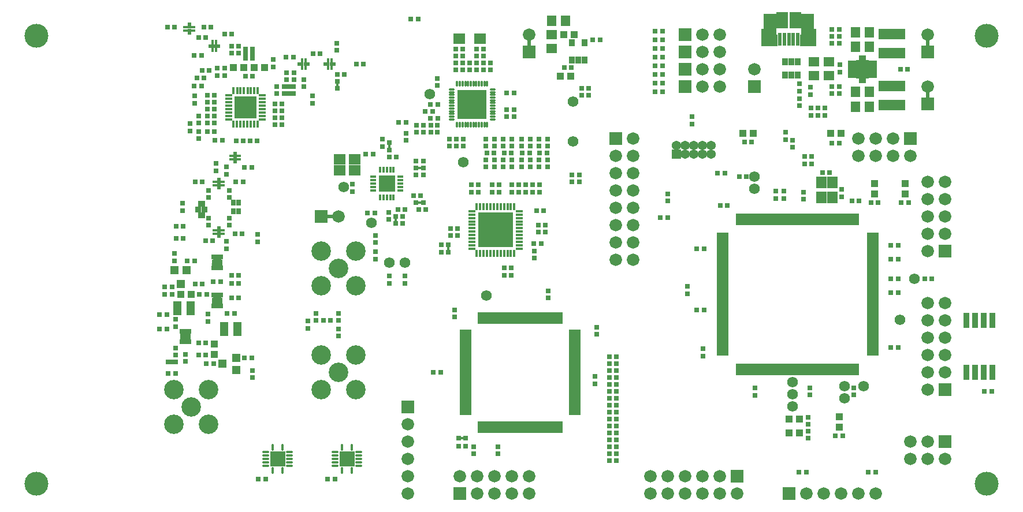
<source format=gts>
G04 (created by PCBNEW (2013-01-23 BZR 3920)-stable) date Mon Jun 10 00:49:26 2013*
%MOIN*%
G04 Gerber Fmt 3.4, Leading zero omitted, Abs format*
%FSLAX34Y34*%
G01*
G70*
G90*
G04 APERTURE LIST*
%ADD10C,2.3622e-06*%
%ADD11C,0.062*%
%ADD12R,0.048X0.048*%
%ADD13R,0.032X0.042*%
%ADD14R,0.0592X0.0671*%
%ADD15R,0.0671X0.0592*%
%ADD16R,0.0236X0.0711*%
%ADD17R,0.0711X0.0236*%
%ADD18R,0.0237X0.0769*%
%ADD19R,0.0681X0.0934*%
%ADD20R,0.0963X0.0691*%
%ADD21R,0.0839X0.037*%
%ADD22R,0.075X0.1236*%
%ADD23C,0.075*%
%ADD24C,0.0691*%
%ADD25R,0.037X0.087*%
%ADD26R,0.0199X0.0297*%
%ADD27R,0.0632X0.0199*%
%ADD28O,0.0592X0.0199*%
%ADD29R,0.0592X0.0317*%
%ADD30O,0.0553X0.0199*%
%ADD31R,0.0179X0.0199*%
%ADD32O,0.0391X0.0166*%
%ADD33O,0.0166X0.0391*%
%ADD34R,0.046X0.046*%
%ADD35O,0.0137X0.0383*%
%ADD36O,0.0383X0.0137*%
%ADD37R,0.1705X0.1705*%
%ADD38O,0.041X0.0166*%
%ADD39R,0.1313X0.1313*%
%ADD40O,0.0166X0.041*%
%ADD41O,0.0371X0.0166*%
%ADD42O,0.0166X0.0371*%
%ADD43R,0.0965X0.0965*%
%ADD44R,0.1577X0.0592*%
%ADD45R,0.0277X0.0317*%
%ADD46R,0.0396X0.0317*%
%ADD47R,0.0317X0.0356*%
%ADD48R,0.072X0.072*%
%ADD49C,0.072*%
%ADD50R,0.0337X0.0218*%
%ADD51R,0.042X0.042*%
%ADD52R,0.03X0.028*%
%ADD53R,0.028X0.03*%
%ADD54C,0.112*%
%ADD55R,0.038X0.028*%
%ADD56R,0.038X0.018*%
%ADD57R,0.018X0.038*%
%ADD58R,0.022X0.072*%
%ADD59R,0.072X0.022*%
%ADD60R,0.018X0.0289*%
%ADD61R,0.036X0.0199*%
%ADD62R,0.0289X0.018*%
%ADD63R,0.0199X0.036*%
%ADD64C,0.138*%
%ADD65R,0.025X0.0281*%
%ADD66R,0.0281X0.025*%
%ADD67R,0.2009X0.2009*%
%ADD68R,0.054X0.054*%
%ADD69C,0.054*%
%ADD70R,0.0533X0.0647*%
%ADD71R,0.0647X0.0533*%
%ADD72R,0.0337X0.0435*%
%ADD73R,0.051X0.03*%
%ADD74R,0.0455X0.023*%
%ADD75R,0.0444X0.0592*%
%ADD76R,0.023X0.0396*%
%ADD77C,0.035*%
G04 APERTURE END LIST*
G54D10*
G54D11*
X69700Y-43750D03*
X69700Y-44450D03*
X45400Y-33850D03*
G54D12*
X37600Y-41650D03*
X37600Y-42350D03*
X36800Y-42000D03*
X34050Y-36600D03*
X34750Y-36600D03*
X34400Y-37400D03*
G54D13*
X56975Y-24450D03*
X57725Y-24450D03*
X56975Y-23450D03*
X57350Y-24450D03*
X57725Y-23450D03*
G54D14*
X72015Y-32383D03*
X71385Y-31517D03*
X72015Y-31517D03*
X71385Y-32383D03*
G54D15*
X43567Y-30815D03*
X44433Y-30185D03*
X44433Y-30815D03*
X43567Y-30185D03*
G54D16*
X56362Y-39350D03*
X56165Y-39350D03*
X55969Y-39350D03*
X55772Y-39350D03*
X55575Y-39350D03*
X55378Y-39350D03*
X55181Y-39350D03*
X54984Y-39350D03*
X54787Y-39350D03*
X54591Y-39350D03*
X54394Y-39350D03*
X54197Y-39350D03*
X54000Y-39350D03*
X53803Y-39350D03*
X53606Y-39350D03*
X53409Y-39350D03*
X53213Y-39350D03*
X53016Y-39350D03*
X52819Y-39350D03*
X52622Y-39350D03*
X52425Y-39350D03*
X52228Y-39350D03*
X52031Y-39350D03*
X51835Y-39350D03*
X51638Y-39350D03*
G54D17*
X50850Y-40138D03*
X50850Y-40335D03*
X50850Y-40531D03*
X50850Y-40728D03*
X50850Y-40925D03*
X50850Y-41122D03*
X50850Y-41319D03*
X50850Y-41516D03*
X50850Y-41713D03*
X50850Y-41909D03*
X50850Y-42106D03*
X50850Y-42303D03*
X50850Y-42500D03*
X50850Y-42697D03*
X50850Y-42894D03*
X50850Y-43091D03*
X50850Y-43287D03*
X50850Y-43484D03*
X50850Y-43681D03*
X50850Y-43878D03*
X50850Y-44075D03*
X50850Y-44272D03*
X50850Y-44469D03*
X50850Y-44665D03*
X50850Y-44862D03*
G54D16*
X51638Y-45650D03*
X51835Y-45650D03*
X52031Y-45650D03*
X52228Y-45650D03*
X52425Y-45650D03*
X52622Y-45650D03*
X52819Y-45650D03*
X53016Y-45650D03*
X53213Y-45650D03*
X53409Y-45650D03*
X53606Y-45650D03*
X53803Y-45650D03*
X54000Y-45650D03*
X54197Y-45650D03*
X54394Y-45650D03*
X54591Y-45650D03*
X54787Y-45650D03*
X54984Y-45650D03*
X55181Y-45650D03*
X55378Y-45650D03*
X55575Y-45650D03*
X55772Y-45650D03*
X55969Y-45650D03*
X56165Y-45650D03*
X56362Y-45650D03*
G54D17*
X57150Y-44862D03*
X57150Y-44665D03*
X57150Y-44469D03*
X57150Y-44272D03*
X57150Y-44075D03*
X57150Y-43878D03*
X57150Y-43681D03*
X57150Y-43484D03*
X57150Y-43287D03*
X57150Y-43091D03*
X57150Y-42894D03*
X57150Y-42697D03*
X57150Y-42500D03*
X57150Y-42303D03*
X57150Y-42106D03*
X57150Y-41909D03*
X57150Y-41713D03*
X57150Y-41516D03*
X57150Y-41319D03*
X57150Y-41122D03*
X57150Y-40925D03*
X57150Y-40728D03*
X57150Y-40531D03*
X57150Y-40335D03*
X57150Y-40138D03*
G54D18*
X70012Y-23281D03*
X69756Y-23281D03*
X69500Y-23281D03*
X69244Y-23281D03*
X68988Y-23281D03*
G54D19*
X69879Y-22156D03*
X69121Y-22156D03*
G54D20*
X70614Y-23340D03*
X68386Y-23340D03*
G54D21*
X70676Y-22827D03*
X68324Y-22827D03*
G54D22*
X70583Y-22394D03*
X68417Y-22394D03*
G54D23*
X70583Y-22169D03*
X68417Y-22169D03*
G54D24*
X70479Y-23339D03*
X68521Y-23339D03*
G54D25*
X81250Y-39500D03*
X80750Y-39500D03*
X80250Y-39500D03*
X79750Y-39500D03*
X79750Y-42500D03*
X80250Y-42500D03*
X80750Y-42500D03*
X81250Y-42500D03*
G54D26*
X36264Y-36455D03*
X36421Y-36455D03*
X36579Y-36455D03*
X36736Y-36455D03*
X36736Y-35845D03*
X36579Y-35845D03*
X36421Y-35845D03*
X36264Y-35845D03*
G54D27*
X36500Y-36150D03*
G54D28*
X36500Y-36052D03*
G54D29*
X36500Y-36150D03*
G54D30*
X36520Y-36248D03*
G54D10*
G36*
X36302Y-36372D02*
X36178Y-36248D01*
X36283Y-36143D01*
X36407Y-36267D01*
X36302Y-36372D01*
X36302Y-36372D01*
G37*
G54D31*
X36333Y-36248D03*
G54D26*
X34454Y-40745D03*
X34611Y-40745D03*
X34769Y-40745D03*
X34926Y-40745D03*
X34926Y-40135D03*
X34769Y-40135D03*
X34611Y-40135D03*
X34454Y-40135D03*
G54D27*
X34690Y-40440D03*
G54D28*
X34690Y-40342D03*
G54D29*
X34690Y-40440D03*
G54D30*
X34710Y-40538D03*
G54D10*
G36*
X34492Y-40662D02*
X34368Y-40538D01*
X34473Y-40433D01*
X34597Y-40557D01*
X34492Y-40662D01*
X34492Y-40662D01*
G37*
G54D31*
X34523Y-40538D03*
G54D26*
X36736Y-38045D03*
X36579Y-38045D03*
X36421Y-38045D03*
X36264Y-38045D03*
X36264Y-38655D03*
X36421Y-38655D03*
X36579Y-38655D03*
X36736Y-38655D03*
G54D27*
X36500Y-38350D03*
G54D28*
X36500Y-38448D03*
G54D29*
X36500Y-38350D03*
G54D30*
X36480Y-38252D03*
G54D10*
G36*
X36697Y-38127D02*
X36821Y-38251D01*
X36716Y-38356D01*
X36592Y-38232D01*
X36697Y-38127D01*
X36697Y-38127D01*
G37*
G54D31*
X36667Y-38252D03*
G54D32*
X44679Y-47894D03*
X44679Y-47697D03*
X44679Y-47500D03*
X44679Y-47303D03*
X44679Y-47106D03*
G54D33*
X43705Y-46821D03*
G54D32*
X43321Y-47106D03*
X43321Y-47303D03*
X43321Y-47500D03*
X43321Y-47697D03*
X43321Y-47894D03*
G54D34*
X44202Y-47702D03*
X43798Y-47702D03*
X44202Y-47298D03*
X43798Y-47298D03*
G54D33*
X44295Y-46821D03*
X43705Y-48179D03*
X44295Y-48179D03*
G54D32*
X40679Y-47894D03*
X40679Y-47697D03*
X40679Y-47500D03*
X40679Y-47303D03*
X40679Y-47106D03*
G54D33*
X39705Y-46821D03*
G54D32*
X39321Y-47106D03*
X39321Y-47303D03*
X39321Y-47500D03*
X39321Y-47697D03*
X39321Y-47894D03*
G54D34*
X40202Y-47702D03*
X39798Y-47702D03*
X40202Y-47298D03*
X39798Y-47298D03*
G54D33*
X40295Y-46821D03*
X39705Y-48179D03*
X40295Y-48179D03*
G54D35*
X52091Y-25844D03*
X51934Y-25844D03*
X51776Y-25844D03*
X51619Y-25844D03*
X51461Y-25844D03*
X51304Y-25844D03*
X51146Y-25844D03*
X50989Y-25844D03*
X50831Y-25844D03*
X50674Y-25844D03*
X50516Y-25844D03*
X50359Y-25844D03*
G54D36*
X50044Y-26159D03*
X50044Y-26316D03*
X50044Y-26474D03*
X50044Y-26631D03*
X50044Y-26789D03*
X50044Y-26946D03*
X50044Y-27104D03*
X50044Y-27261D03*
X50044Y-27419D03*
X50044Y-27576D03*
X50044Y-27734D03*
X50044Y-27891D03*
G54D35*
X50359Y-28206D03*
X50516Y-28206D03*
X50674Y-28206D03*
X50831Y-28206D03*
X50989Y-28206D03*
X51146Y-28206D03*
X51304Y-28206D03*
X51461Y-28206D03*
X51619Y-28206D03*
X51776Y-28206D03*
X51934Y-28206D03*
X52091Y-28206D03*
G54D36*
X52406Y-27891D03*
X52406Y-27734D03*
X52406Y-27576D03*
X52406Y-27419D03*
X52406Y-27261D03*
X52406Y-27104D03*
X52406Y-26946D03*
X52406Y-26789D03*
X52406Y-26631D03*
X52406Y-26474D03*
X52406Y-26316D03*
X52406Y-26159D03*
G54D37*
X51225Y-27025D03*
G54D38*
X37185Y-26511D03*
X37185Y-26708D03*
X37185Y-26905D03*
X37185Y-27102D03*
X37185Y-27298D03*
X37185Y-27495D03*
X37185Y-27692D03*
X37185Y-27889D03*
G54D39*
X38150Y-27200D03*
G54D40*
X37461Y-28165D03*
X37658Y-28165D03*
X37855Y-28165D03*
X38052Y-28165D03*
X38248Y-28165D03*
X38445Y-28165D03*
X38642Y-28165D03*
X38839Y-28165D03*
G54D38*
X39115Y-27889D03*
X39115Y-27692D03*
X39115Y-27495D03*
X39115Y-27298D03*
X39115Y-27102D03*
X39115Y-26905D03*
X39115Y-26708D03*
X39115Y-26511D03*
G54D40*
X38839Y-26235D03*
X38642Y-26235D03*
X38445Y-26235D03*
X38268Y-26235D03*
X38052Y-26235D03*
X37855Y-26235D03*
X37678Y-26235D03*
X37461Y-26235D03*
G54D41*
X45513Y-31206D03*
X45513Y-31403D03*
X45513Y-31600D03*
X45513Y-31797D03*
X45513Y-31994D03*
G54D42*
X45906Y-32387D03*
X46103Y-32387D03*
X46300Y-32387D03*
X46497Y-32387D03*
X46694Y-32387D03*
G54D41*
X47087Y-31994D03*
X47087Y-31797D03*
X47087Y-31600D03*
X47087Y-31403D03*
X47087Y-31206D03*
G54D42*
X46694Y-30813D03*
X46497Y-30813D03*
X46300Y-30813D03*
X46103Y-30813D03*
X45906Y-30813D03*
G54D43*
X46300Y-31600D03*
G54D44*
X75450Y-27051D03*
X75450Y-25949D03*
X75450Y-24051D03*
X75450Y-22949D03*
G54D16*
X73445Y-33659D03*
X73248Y-33659D03*
X73051Y-33659D03*
X72854Y-33659D03*
X72657Y-33659D03*
X72461Y-33659D03*
X72264Y-33659D03*
X72067Y-33659D03*
X71870Y-33659D03*
X71673Y-33659D03*
X71476Y-33659D03*
X71280Y-33659D03*
X71083Y-33659D03*
X70886Y-33659D03*
X70689Y-33659D03*
X70492Y-33659D03*
X70295Y-33659D03*
X70098Y-33659D03*
X69902Y-33659D03*
X69705Y-33659D03*
X69508Y-33659D03*
X69311Y-33659D03*
X69114Y-33659D03*
X68917Y-33659D03*
X68720Y-33659D03*
X68524Y-33659D03*
X68327Y-33659D03*
X68130Y-33659D03*
X67933Y-33659D03*
X67736Y-33659D03*
X67539Y-33659D03*
X67343Y-33659D03*
X67146Y-33659D03*
X66949Y-33659D03*
X66752Y-33659D03*
X66555Y-33659D03*
G54D17*
X65669Y-34545D03*
X65669Y-34742D03*
X65669Y-34939D03*
X65669Y-35136D03*
X65669Y-35333D03*
X65669Y-35529D03*
X65669Y-35726D03*
X65669Y-35923D03*
X65669Y-36120D03*
X65669Y-36317D03*
X65669Y-36514D03*
X65669Y-36710D03*
X65669Y-36907D03*
X65669Y-37104D03*
X65669Y-37301D03*
X65669Y-37498D03*
X65669Y-37695D03*
X65669Y-37892D03*
X65669Y-38088D03*
X65669Y-38285D03*
X65669Y-38482D03*
X65669Y-38679D03*
X65669Y-38876D03*
X65669Y-39073D03*
X65669Y-39270D03*
X65669Y-39466D03*
X65669Y-39663D03*
X65669Y-39860D03*
X65669Y-40057D03*
X65669Y-40254D03*
X65669Y-40451D03*
X65669Y-40647D03*
X65669Y-40844D03*
X65669Y-41041D03*
X65669Y-41238D03*
X65669Y-41435D03*
G54D16*
X66555Y-42321D03*
X66752Y-42321D03*
X66949Y-42321D03*
X67146Y-42321D03*
X67343Y-42321D03*
X67539Y-42321D03*
X67736Y-42321D03*
X67933Y-42321D03*
X68130Y-42321D03*
X68327Y-42321D03*
X68524Y-42321D03*
X68720Y-42321D03*
X68917Y-42321D03*
X69114Y-42321D03*
X69311Y-42321D03*
X69508Y-42321D03*
X69705Y-42321D03*
X69902Y-42321D03*
X70098Y-42321D03*
X70295Y-42321D03*
X70492Y-42321D03*
X70689Y-42321D03*
X70886Y-42321D03*
X71083Y-42321D03*
X71280Y-42321D03*
X71476Y-42321D03*
X71673Y-42321D03*
X71870Y-42321D03*
X72067Y-42321D03*
X72264Y-42321D03*
X72461Y-42321D03*
X72657Y-42321D03*
X72854Y-42321D03*
X73051Y-42321D03*
X73248Y-42321D03*
X73445Y-42321D03*
G54D17*
X74331Y-41435D03*
X74331Y-41238D03*
X74331Y-41041D03*
X74331Y-40844D03*
X74331Y-40647D03*
X74331Y-40451D03*
X74331Y-40254D03*
X74331Y-40057D03*
X74331Y-39860D03*
X74331Y-39663D03*
X74331Y-39466D03*
X74331Y-39270D03*
X74331Y-39073D03*
X74331Y-38876D03*
X74331Y-38679D03*
X74331Y-38482D03*
X74331Y-38285D03*
X74331Y-38088D03*
X74331Y-37892D03*
X74331Y-37695D03*
X74331Y-37498D03*
X74331Y-37301D03*
X74331Y-37104D03*
X74331Y-36907D03*
X74331Y-36710D03*
X74331Y-36514D03*
X74331Y-36317D03*
X74331Y-36120D03*
X74331Y-35923D03*
X74331Y-35726D03*
X74331Y-35529D03*
X74331Y-35333D03*
X74331Y-35136D03*
X74331Y-34939D03*
X74331Y-34742D03*
X74331Y-34545D03*
G54D45*
X37738Y-33196D03*
X37738Y-32704D03*
X37462Y-32704D03*
X37462Y-33196D03*
G54D46*
X35600Y-32765D03*
X35600Y-33435D03*
G54D47*
X35777Y-33100D03*
X35423Y-33100D03*
G54D48*
X59500Y-29000D03*
G54D49*
X60500Y-29000D03*
X59500Y-30000D03*
X60500Y-30000D03*
X59500Y-31000D03*
X60500Y-31000D03*
X59500Y-32000D03*
X60500Y-32000D03*
X59500Y-33000D03*
X60500Y-33000D03*
X59500Y-34000D03*
X60500Y-34000D03*
X59500Y-35000D03*
X60500Y-35000D03*
X59500Y-36000D03*
X60500Y-36000D03*
G54D48*
X66500Y-48500D03*
G54D49*
X66500Y-49500D03*
X65500Y-48500D03*
X65500Y-49500D03*
X64500Y-48500D03*
X64500Y-49500D03*
X63500Y-48500D03*
X63500Y-49500D03*
X62500Y-48500D03*
X62500Y-49500D03*
X61500Y-48500D03*
X61500Y-49500D03*
G54D48*
X78500Y-43500D03*
G54D49*
X77500Y-43500D03*
X78500Y-42500D03*
X77500Y-42500D03*
X78500Y-41500D03*
X77500Y-41500D03*
X78500Y-40500D03*
X77500Y-40500D03*
X78500Y-39500D03*
X77500Y-39500D03*
X78500Y-38500D03*
X77500Y-38500D03*
G54D48*
X78500Y-35500D03*
G54D49*
X77500Y-35500D03*
X78500Y-34500D03*
X77500Y-34500D03*
X78500Y-33500D03*
X77500Y-33500D03*
X78500Y-32500D03*
X77500Y-32500D03*
X78500Y-31500D03*
X77500Y-31500D03*
G54D48*
X50500Y-49500D03*
G54D49*
X50500Y-48500D03*
X51500Y-49500D03*
X51500Y-48500D03*
X52500Y-49500D03*
X52500Y-48500D03*
X53500Y-49500D03*
X53500Y-48500D03*
X54500Y-49500D03*
X54500Y-48500D03*
G54D48*
X76500Y-29000D03*
G54D49*
X76500Y-30000D03*
X75500Y-29000D03*
X75500Y-30000D03*
X74500Y-29000D03*
X74500Y-30000D03*
X73500Y-29000D03*
X73500Y-30000D03*
G54D48*
X78510Y-46500D03*
G54D49*
X78510Y-47500D03*
X77510Y-46500D03*
X77510Y-47500D03*
X76510Y-46500D03*
X76510Y-47500D03*
G54D48*
X69500Y-49500D03*
G54D49*
X70500Y-49500D03*
X71500Y-49500D03*
X72500Y-49500D03*
X73500Y-49500D03*
X74500Y-49500D03*
G54D48*
X47500Y-44500D03*
G54D49*
X47500Y-45500D03*
X47500Y-46500D03*
X47500Y-47500D03*
X47500Y-48500D03*
X47500Y-49500D03*
G54D48*
X63500Y-24000D03*
G54D49*
X64500Y-24000D03*
X65500Y-24000D03*
G54D48*
X63500Y-23000D03*
G54D49*
X64500Y-23000D03*
X65500Y-23000D03*
G54D48*
X63500Y-25000D03*
G54D49*
X64500Y-25000D03*
X65500Y-25000D03*
G54D48*
X63500Y-26000D03*
G54D49*
X64500Y-26000D03*
X65500Y-26000D03*
G54D48*
X67500Y-26000D03*
G54D49*
X67500Y-25000D03*
G54D50*
X51508Y-23028D03*
X51508Y-23225D03*
X51508Y-23422D03*
X51842Y-23422D03*
X51842Y-23225D03*
X51842Y-23028D03*
X50308Y-23028D03*
X50308Y-23225D03*
X50308Y-23422D03*
X50642Y-23422D03*
X50642Y-23225D03*
X50642Y-23028D03*
G54D51*
X72500Y-28700D03*
X71900Y-28700D03*
X67450Y-28700D03*
X66850Y-28700D03*
X72400Y-45050D03*
X72400Y-45650D03*
X70100Y-46000D03*
X69500Y-46000D03*
X70100Y-45200D03*
X69500Y-45200D03*
X74450Y-31600D03*
X74450Y-32200D03*
X76200Y-31600D03*
X76200Y-32200D03*
X37450Y-24900D03*
X38050Y-24900D03*
X35000Y-38000D03*
X34400Y-38000D03*
X57100Y-23000D03*
X56500Y-23000D03*
X39250Y-24900D03*
X38650Y-24900D03*
X56900Y-25400D03*
X56300Y-25400D03*
X36350Y-40850D03*
X36350Y-41450D03*
G54D52*
X62500Y-32190D03*
X62500Y-32610D03*
G54D53*
X72410Y-23500D03*
X71990Y-23500D03*
X72410Y-23100D03*
X71990Y-23100D03*
X77340Y-37100D03*
X77760Y-37100D03*
X74510Y-48250D03*
X74090Y-48250D03*
G54D52*
X71190Y-27240D03*
X71190Y-27660D03*
X71590Y-27660D03*
X71590Y-27240D03*
X70750Y-26460D03*
X70750Y-26040D03*
X70790Y-27660D03*
X70790Y-27240D03*
G54D53*
X75940Y-25000D03*
X76360Y-25000D03*
X35340Y-25500D03*
X35760Y-25500D03*
X72410Y-26000D03*
X71990Y-26000D03*
G54D52*
X54075Y-30215D03*
X54075Y-30635D03*
G54D53*
X37760Y-23650D03*
X37340Y-23650D03*
X35640Y-25050D03*
X36060Y-25050D03*
X40490Y-24300D03*
X40910Y-24300D03*
G54D52*
X38850Y-34960D03*
X38850Y-34540D03*
G54D53*
X36360Y-28600D03*
X35940Y-28600D03*
G54D52*
X34950Y-28560D03*
X34950Y-28140D03*
G54D53*
X35940Y-27700D03*
X36360Y-27700D03*
X36360Y-26500D03*
X35940Y-26500D03*
X62090Y-33550D03*
X62510Y-33550D03*
G54D52*
X63650Y-37960D03*
X63650Y-37540D03*
X55575Y-30215D03*
X55575Y-30635D03*
X55075Y-30215D03*
X55075Y-30635D03*
X54575Y-30215D03*
X54575Y-30635D03*
G54D53*
X57410Y-31500D03*
X56990Y-31500D03*
X57540Y-26500D03*
X57960Y-26500D03*
X34790Y-36050D03*
X35210Y-36050D03*
G54D52*
X54075Y-29015D03*
X54075Y-29435D03*
X54575Y-29015D03*
X54575Y-29435D03*
X55075Y-29015D03*
X55075Y-29435D03*
X55575Y-29015D03*
X55575Y-29435D03*
G54D53*
X57410Y-31100D03*
X56990Y-31100D03*
X57540Y-26100D03*
X57960Y-26100D03*
G54D52*
X53525Y-29015D03*
X53525Y-29435D03*
X53025Y-29015D03*
X53025Y-29435D03*
X52525Y-29015D03*
X52525Y-29435D03*
X52025Y-29015D03*
X52025Y-29435D03*
X38550Y-42810D03*
X38550Y-42390D03*
G54D53*
X48415Y-28225D03*
X48835Y-28225D03*
X48415Y-28625D03*
X48835Y-28625D03*
G54D52*
X47350Y-36940D03*
X47350Y-37360D03*
X46450Y-36940D03*
X46450Y-37360D03*
X36000Y-31990D03*
X36000Y-32410D03*
G54D53*
X37540Y-34500D03*
X37960Y-34500D03*
G54D52*
X37050Y-30640D03*
X37050Y-31060D03*
G54D53*
X42040Y-24100D03*
X42460Y-24100D03*
G54D52*
X41500Y-25590D03*
X41500Y-26010D03*
G54D53*
X35190Y-24200D03*
X35610Y-24200D03*
G54D52*
X36450Y-30440D03*
X36450Y-30860D03*
X40500Y-25190D03*
X40500Y-25610D03*
X36000Y-34010D03*
X36000Y-33590D03*
X37200Y-33590D03*
X37200Y-34010D03*
X40950Y-25190D03*
X40950Y-25610D03*
G54D53*
X35840Y-34900D03*
X36260Y-34900D03*
X35240Y-31500D03*
X35660Y-31500D03*
G54D52*
X37050Y-34940D03*
X37050Y-35360D03*
G54D53*
X45610Y-33300D03*
X45190Y-33300D03*
G54D52*
X44300Y-31640D03*
X44300Y-32060D03*
G54D53*
X59140Y-47600D03*
X59560Y-47600D03*
X59140Y-47200D03*
X59560Y-47200D03*
X38090Y-30650D03*
X38510Y-30650D03*
X40260Y-28200D03*
X39840Y-28200D03*
X40260Y-27000D03*
X39840Y-27000D03*
X40260Y-27400D03*
X39840Y-27400D03*
X35940Y-27300D03*
X36360Y-27300D03*
X35940Y-26900D03*
X36360Y-26900D03*
X43440Y-25300D03*
X43860Y-25300D03*
X44540Y-24700D03*
X44960Y-24700D03*
G54D52*
X42000Y-26960D03*
X42000Y-26540D03*
G54D53*
X59140Y-46800D03*
X59560Y-46800D03*
X37590Y-31500D03*
X38010Y-31500D03*
X36810Y-29100D03*
X36390Y-29100D03*
G54D52*
X35450Y-29010D03*
X35450Y-28590D03*
G54D53*
X35940Y-28100D03*
X36360Y-28100D03*
G54D52*
X35450Y-27690D03*
X35450Y-28110D03*
X43400Y-23490D03*
X43400Y-23910D03*
X37200Y-31990D03*
X37200Y-32410D03*
G54D53*
X62210Y-22800D03*
X61790Y-22800D03*
X67360Y-29200D03*
X66940Y-29200D03*
X72190Y-46150D03*
X72610Y-46150D03*
X75990Y-32700D03*
X76410Y-32700D03*
X74240Y-32700D03*
X74660Y-32700D03*
G54D52*
X70600Y-45090D03*
X70600Y-45510D03*
X70600Y-45890D03*
X70600Y-46310D03*
X69200Y-32040D03*
X69200Y-32460D03*
G54D53*
X61790Y-24300D03*
X62210Y-24300D03*
X72410Y-29250D03*
X71990Y-29250D03*
G54D52*
X63900Y-28160D03*
X63900Y-27740D03*
X70100Y-27110D03*
X70100Y-26690D03*
G54D53*
X66640Y-31200D03*
X67060Y-31200D03*
X65390Y-31000D03*
X65810Y-31000D03*
G54D52*
X70100Y-26260D03*
X70100Y-25840D03*
G54D53*
X70510Y-48250D03*
X70090Y-48250D03*
G54D52*
X69700Y-29090D03*
X69700Y-29510D03*
X69300Y-28640D03*
X69300Y-29060D03*
G54D53*
X59140Y-43600D03*
X59560Y-43600D03*
X59140Y-46400D03*
X59560Y-46400D03*
X59140Y-46000D03*
X59560Y-46000D03*
X61790Y-26300D03*
X62210Y-26300D03*
X59140Y-45600D03*
X59560Y-45600D03*
X59140Y-45200D03*
X59560Y-45200D03*
X59140Y-44800D03*
X59560Y-44800D03*
X59140Y-44400D03*
X59560Y-44400D03*
X59140Y-44000D03*
X59560Y-44000D03*
X72410Y-26400D03*
X71990Y-26400D03*
X61790Y-24800D03*
X62210Y-24800D03*
X59140Y-43200D03*
X59560Y-43200D03*
X59140Y-42800D03*
X59560Y-42800D03*
X59140Y-42400D03*
X59560Y-42400D03*
X59140Y-42000D03*
X59560Y-42000D03*
X59140Y-41600D03*
X59560Y-41600D03*
X46860Y-30050D03*
X46440Y-30050D03*
X52065Y-29825D03*
X52485Y-29825D03*
G54D52*
X50675Y-24215D03*
X50675Y-24635D03*
X49925Y-29435D03*
X49925Y-29015D03*
X52025Y-30635D03*
X52025Y-30215D03*
X52525Y-30635D03*
X52525Y-30215D03*
X53025Y-30635D03*
X53025Y-30215D03*
X53525Y-30635D03*
X53525Y-30215D03*
X50275Y-24215D03*
X50275Y-24635D03*
X49225Y-28215D03*
X49225Y-28635D03*
G54D53*
X45090Y-29900D03*
X45510Y-29900D03*
G54D52*
X48025Y-28215D03*
X48025Y-28635D03*
X47400Y-28690D03*
X47400Y-29110D03*
G54D53*
X46990Y-28050D03*
X47410Y-28050D03*
X48260Y-32300D03*
X47840Y-32300D03*
X47360Y-33100D03*
X46940Y-33100D03*
G54D52*
X51475Y-24215D03*
X51475Y-24635D03*
G54D53*
X48410Y-31100D03*
X47990Y-31100D03*
X49965Y-34200D03*
X50385Y-34200D03*
X49965Y-34600D03*
X50385Y-34600D03*
X72410Y-22700D03*
X71990Y-22700D03*
X65540Y-32850D03*
X65960Y-32850D03*
X64190Y-35350D03*
X64610Y-35350D03*
X64190Y-38900D03*
X64610Y-38900D03*
G54D52*
X64550Y-41140D03*
X64550Y-41560D03*
X67540Y-43830D03*
X67540Y-43410D03*
X70700Y-43810D03*
X70700Y-43390D03*
X73250Y-43810D03*
X73250Y-43390D03*
G54D53*
X75810Y-41050D03*
X75390Y-41050D03*
X75810Y-37900D03*
X75390Y-37900D03*
X75810Y-37100D03*
X75390Y-37100D03*
X75810Y-35950D03*
X75390Y-35950D03*
G54D52*
X49225Y-25515D03*
X49225Y-25935D03*
X53525Y-31665D03*
X53525Y-32085D03*
X53925Y-31665D03*
X53925Y-32085D03*
X52375Y-31665D03*
X52375Y-32085D03*
X52775Y-31665D03*
X52775Y-32085D03*
X51575Y-31665D03*
X51575Y-32085D03*
X51175Y-31665D03*
X51175Y-32085D03*
X53075Y-36885D03*
X53075Y-36465D03*
X53475Y-36885D03*
X53475Y-36465D03*
G54D53*
X55210Y-35050D03*
X54790Y-35050D03*
G54D52*
X54800Y-35910D03*
X54800Y-35490D03*
G54D53*
X55460Y-34000D03*
X55040Y-34000D03*
X55460Y-34400D03*
X55040Y-34400D03*
X55360Y-33150D03*
X54940Y-33150D03*
G54D52*
X52275Y-24615D03*
X52275Y-25035D03*
X51075Y-24615D03*
X51075Y-25035D03*
G54D53*
X75810Y-35150D03*
X75390Y-35150D03*
X48815Y-27025D03*
X49235Y-27025D03*
X48515Y-27425D03*
X48935Y-27425D03*
X48815Y-27825D03*
X49235Y-27825D03*
G54D52*
X50725Y-29435D03*
X50725Y-29015D03*
X50325Y-29435D03*
X50325Y-29015D03*
G54D53*
X53635Y-27725D03*
X53215Y-27725D03*
X53635Y-27325D03*
X53215Y-27325D03*
X53635Y-26375D03*
X53215Y-26375D03*
X55115Y-29825D03*
X55535Y-29825D03*
X54115Y-29825D03*
X54535Y-29825D03*
G54D52*
X55125Y-31665D03*
X55125Y-32085D03*
X54725Y-31665D03*
X54725Y-32085D03*
X51875Y-24215D03*
X51875Y-24635D03*
X54325Y-31665D03*
X54325Y-32085D03*
G54D53*
X53065Y-29825D03*
X53485Y-29825D03*
X33490Y-38000D03*
X33910Y-38000D03*
X38400Y-29130D03*
X38820Y-29130D03*
X33610Y-39150D03*
X33190Y-39150D03*
X33610Y-40000D03*
X33190Y-40000D03*
G54D52*
X34100Y-41510D03*
X34100Y-41090D03*
X34680Y-41880D03*
X34680Y-41460D03*
G54D53*
X35860Y-40800D03*
X35440Y-40800D03*
G54D52*
X35970Y-39130D03*
X35970Y-39550D03*
G54D53*
X35660Y-37400D03*
X35240Y-37400D03*
X37510Y-39100D03*
X37090Y-39100D03*
G54D52*
X34100Y-39440D03*
X34100Y-39860D03*
G54D53*
X37760Y-37350D03*
X37340Y-37350D03*
X33640Y-22550D03*
X34060Y-22550D03*
X37760Y-38200D03*
X37340Y-38200D03*
X37360Y-22950D03*
X36940Y-22950D03*
G54D52*
X34050Y-35640D03*
X34050Y-36060D03*
G54D53*
X38890Y-48650D03*
X39310Y-48650D03*
X35860Y-23150D03*
X35440Y-23150D03*
X35910Y-38000D03*
X35490Y-38000D03*
X37760Y-24050D03*
X37340Y-24050D03*
X48110Y-22100D03*
X47690Y-22100D03*
X35740Y-22550D03*
X36160Y-22550D03*
X37600Y-29130D03*
X38020Y-29130D03*
G54D52*
X36500Y-24940D03*
X36500Y-25360D03*
G54D53*
X36290Y-37250D03*
X36710Y-37250D03*
G54D52*
X34500Y-32740D03*
X34500Y-33160D03*
X36950Y-25360D03*
X36950Y-24940D03*
X39750Y-24440D03*
X39750Y-24860D03*
G54D53*
X34560Y-34750D03*
X34140Y-34750D03*
X37340Y-36900D03*
X37760Y-36900D03*
X34560Y-34050D03*
X34140Y-34050D03*
G54D52*
X35200Y-26960D03*
X35200Y-26540D03*
G54D53*
X71860Y-30950D03*
X71440Y-30950D03*
X73560Y-32600D03*
X73140Y-32600D03*
G54D52*
X68750Y-32040D03*
X68750Y-32460D03*
X70350Y-32090D03*
X70350Y-32510D03*
G54D53*
X80790Y-43600D03*
X81210Y-43600D03*
G54D52*
X72450Y-24740D03*
X72450Y-25160D03*
X58300Y-43160D03*
X58300Y-42740D03*
X58400Y-39890D03*
X58400Y-40310D03*
X55600Y-37790D03*
X55600Y-38210D03*
X50200Y-38890D03*
X50200Y-39310D03*
X52700Y-47210D03*
X52700Y-46790D03*
G54D53*
X48990Y-42500D03*
X49410Y-42500D03*
G54D52*
X51300Y-47210D03*
X51300Y-46790D03*
X70400Y-30460D03*
X70400Y-30040D03*
X70800Y-30040D03*
X70800Y-30460D03*
X72550Y-31940D03*
X72550Y-32360D03*
G54D53*
X35190Y-25950D03*
X35610Y-25950D03*
X56960Y-24900D03*
X56540Y-24900D03*
X35440Y-41500D03*
X35860Y-41500D03*
X38510Y-41650D03*
X38090Y-41650D03*
X36310Y-42000D03*
X35890Y-42000D03*
X33910Y-37550D03*
X33490Y-37550D03*
X34110Y-42550D03*
X33690Y-42550D03*
X42890Y-48650D03*
X43310Y-48650D03*
X40260Y-27800D03*
X39840Y-27800D03*
G54D52*
X39950Y-25990D03*
X39950Y-26410D03*
G54D53*
X38560Y-25400D03*
X38140Y-25400D03*
X51465Y-23825D03*
X51885Y-23825D03*
X51465Y-25025D03*
X51885Y-25025D03*
X50265Y-23825D03*
X50685Y-23825D03*
X50265Y-25025D03*
X50685Y-25025D03*
G54D54*
X43500Y-36500D03*
X42500Y-37500D03*
X44500Y-37500D03*
X44500Y-35500D03*
X42500Y-35500D03*
X35000Y-44500D03*
X36000Y-43500D03*
X34000Y-43500D03*
X34000Y-45500D03*
X36000Y-45500D03*
X43500Y-42500D03*
X42500Y-43500D03*
X44500Y-43500D03*
X44500Y-41500D03*
X42500Y-41500D03*
G54D53*
X34110Y-41900D03*
X33690Y-41900D03*
G54D55*
X33900Y-41900D03*
G54D53*
X48140Y-33100D03*
X48560Y-33100D03*
X47990Y-32700D03*
X48410Y-32700D03*
G54D56*
X48200Y-32700D03*
G54D52*
X47200Y-33490D03*
X47200Y-33910D03*
X46800Y-33490D03*
X46800Y-33910D03*
G54D57*
X46800Y-33700D03*
G54D52*
X46050Y-29460D03*
X46050Y-29040D03*
X46450Y-29660D03*
X46450Y-29240D03*
G54D57*
X46450Y-29450D03*
G54D53*
X47990Y-30300D03*
X48410Y-30300D03*
X47990Y-30700D03*
X48410Y-30700D03*
G54D56*
X48200Y-30700D03*
G54D52*
X49450Y-35140D03*
X49450Y-35560D03*
X49850Y-35140D03*
X49850Y-35560D03*
G54D57*
X49850Y-35350D03*
G54D53*
X50860Y-46300D03*
X50440Y-46300D03*
G54D56*
X50650Y-46300D03*
G54D53*
X50440Y-46750D03*
X50860Y-46750D03*
G54D52*
X43450Y-25690D03*
X43450Y-26110D03*
G54D57*
X43450Y-25900D03*
G54D53*
X58610Y-23300D03*
X58190Y-23300D03*
X61790Y-25300D03*
X62210Y-25300D03*
X61790Y-23300D03*
X62210Y-23300D03*
X61790Y-23800D03*
X62210Y-23800D03*
X61790Y-25800D03*
X62210Y-25800D03*
G54D52*
X43500Y-39990D03*
X43500Y-40410D03*
G54D53*
X42640Y-39500D03*
X43060Y-39500D03*
G54D52*
X45650Y-35960D03*
X45650Y-35540D03*
X42200Y-39510D03*
X42200Y-39090D03*
X43500Y-39090D03*
X43500Y-39510D03*
X41750Y-39960D03*
X41750Y-39540D03*
X45650Y-34590D03*
X45650Y-35010D03*
G54D48*
X54500Y-24000D03*
G54D49*
X54500Y-23000D03*
G54D58*
X54500Y-23500D03*
G54D48*
X77500Y-24000D03*
G54D49*
X77500Y-23000D03*
G54D58*
X77500Y-23500D03*
G54D48*
X77500Y-27000D03*
G54D49*
X77500Y-26000D03*
G54D58*
X77500Y-26500D03*
G54D48*
X42500Y-33500D03*
G54D49*
X43500Y-33500D03*
G54D59*
X43000Y-33500D03*
G54D60*
X43098Y-24489D03*
G54D61*
X42823Y-24700D03*
G54D60*
X42902Y-24911D03*
X43098Y-24911D03*
G54D61*
X43177Y-24700D03*
G54D60*
X42902Y-24489D03*
X41402Y-24911D03*
G54D61*
X41677Y-24700D03*
G54D60*
X41598Y-24489D03*
X41402Y-24489D03*
G54D61*
X41323Y-24700D03*
G54D60*
X41598Y-24911D03*
X36448Y-23439D03*
G54D61*
X36173Y-23650D03*
G54D60*
X36252Y-23861D03*
X36448Y-23861D03*
G54D61*
X36527Y-23650D03*
G54D60*
X36252Y-23439D03*
G54D62*
X34689Y-22552D03*
G54D63*
X34900Y-22827D03*
G54D62*
X35111Y-22748D03*
X35111Y-22552D03*
G54D63*
X34900Y-22473D03*
G54D62*
X34689Y-22748D03*
X37761Y-30198D03*
G54D63*
X37550Y-29923D03*
G54D62*
X37339Y-30002D03*
X37339Y-30198D03*
G54D63*
X37550Y-30277D03*
G54D62*
X37761Y-30002D03*
X36389Y-31502D03*
G54D63*
X36600Y-31777D03*
G54D62*
X36811Y-31698D03*
X36811Y-31502D03*
G54D63*
X36600Y-31423D03*
G54D62*
X36389Y-31698D03*
X36811Y-34498D03*
G54D63*
X36600Y-34223D03*
G54D62*
X36389Y-34302D03*
X36389Y-34498D03*
G54D63*
X36600Y-34577D03*
G54D62*
X36811Y-34302D03*
G54D64*
X26075Y-23075D03*
X80925Y-23075D03*
X80925Y-48925D03*
X26075Y-48925D03*
G54D65*
X38155Y-23840D03*
X38155Y-24100D03*
X38155Y-24360D03*
X38545Y-24360D03*
X38545Y-24100D03*
X38545Y-23840D03*
G54D66*
X40910Y-26005D03*
X40650Y-26005D03*
X40390Y-26005D03*
X40390Y-26395D03*
X40650Y-26395D03*
X40910Y-26395D03*
G54D11*
X50700Y-30350D03*
X48775Y-26425D03*
X43800Y-31800D03*
X46450Y-36150D03*
X47350Y-36150D03*
X69700Y-43050D03*
X72700Y-44000D03*
X72700Y-43300D03*
X73800Y-43300D03*
X75900Y-39450D03*
X76750Y-37100D03*
G54D40*
X53658Y-32917D03*
X53461Y-32917D03*
X53264Y-32917D03*
X53067Y-32917D03*
X52870Y-32917D03*
X52673Y-32917D03*
X52477Y-32917D03*
X52280Y-32917D03*
X52083Y-32917D03*
X51886Y-32917D03*
X51689Y-32917D03*
X51492Y-32917D03*
G54D38*
X51217Y-33192D03*
X51217Y-33389D03*
X51217Y-33586D03*
X51217Y-33783D03*
X51217Y-33980D03*
X51217Y-34177D03*
X51217Y-34373D03*
X51217Y-34570D03*
X51217Y-34767D03*
X51217Y-34964D03*
X51217Y-35161D03*
X51217Y-35358D03*
G54D40*
X51492Y-35633D03*
X51689Y-35633D03*
X51886Y-35633D03*
X52083Y-35633D03*
X52280Y-35633D03*
X52477Y-35633D03*
X52673Y-35633D03*
X52870Y-35633D03*
X53067Y-35633D03*
X53264Y-35633D03*
X53461Y-35633D03*
X53658Y-35633D03*
G54D38*
X53933Y-35358D03*
X53933Y-35161D03*
X53933Y-34964D03*
X53933Y-34767D03*
X53933Y-34570D03*
X53933Y-34373D03*
X53933Y-34177D03*
X53933Y-33980D03*
X53933Y-33783D03*
X53933Y-33586D03*
X53933Y-33389D03*
X53933Y-33192D03*
G54D67*
X52575Y-34275D03*
G54D68*
X63000Y-29900D03*
G54D69*
X63000Y-29400D03*
X63500Y-29900D03*
X63500Y-29400D03*
X64000Y-29900D03*
X64000Y-29400D03*
X64500Y-29900D03*
X64500Y-29400D03*
X65000Y-29900D03*
X65000Y-29400D03*
G54D70*
X74150Y-26300D03*
X73350Y-26300D03*
X74150Y-27150D03*
X73350Y-27150D03*
X73350Y-22850D03*
X74150Y-22850D03*
X73350Y-23700D03*
X74150Y-23700D03*
X55800Y-22200D03*
X56600Y-22200D03*
G54D71*
X55800Y-23800D03*
X55800Y-23000D03*
G54D11*
X57050Y-26850D03*
X57050Y-29150D03*
X67500Y-31200D03*
X67500Y-31900D03*
X52050Y-38050D03*
G54D71*
X71800Y-24550D03*
X71800Y-25350D03*
X70950Y-25350D03*
X70950Y-24550D03*
G54D72*
X70024Y-24566D03*
X69650Y-24566D03*
X69276Y-24566D03*
X69276Y-25334D03*
X69650Y-25334D03*
X70024Y-25334D03*
G54D73*
X37695Y-40260D03*
X37695Y-40000D03*
X37695Y-39740D03*
X36905Y-39740D03*
X36905Y-40000D03*
X36905Y-40260D03*
X34205Y-38540D03*
X34205Y-38800D03*
X34205Y-39060D03*
X34995Y-39060D03*
X34995Y-38800D03*
X34995Y-38540D03*
G54D74*
X73159Y-24606D03*
X73159Y-24803D03*
X73159Y-25000D03*
X73159Y-25197D03*
X73159Y-25394D03*
X74341Y-25394D03*
X74341Y-25197D03*
X74341Y-25000D03*
X74341Y-24803D03*
X74341Y-24606D03*
G54D75*
X73912Y-25236D03*
X73912Y-24764D03*
X73588Y-24764D03*
X73588Y-25236D03*
G54D76*
X73848Y-24390D03*
X73652Y-24390D03*
X73652Y-25610D03*
X73848Y-25610D03*
G54D77*
X73750Y-25000D03*
X73947Y-24705D03*
X73553Y-24705D03*
X73553Y-25295D03*
X73947Y-25295D03*
G54D52*
X46400Y-33260D03*
X46400Y-33680D03*
M02*

</source>
